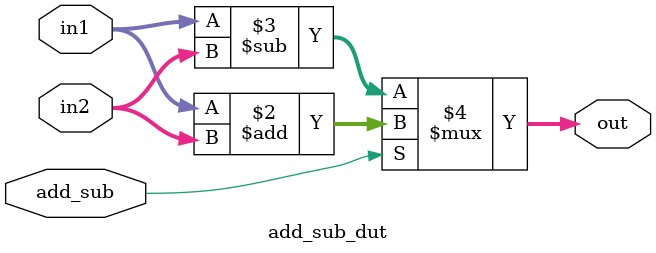
<source format=sv>

module add_sub_dut(in1,in2,add_sub,out);
	input [7:0] in1,in2;
	input add_sub;
	output [8:0] out;

  
    assign out=(add_sub==1)?(in1+in2):(in1-in2);
  
	/*	
	always@(*)
	begin 
		if(add_sub==1)
			begin
				out=in1+in2;
			end
		else 
			begin
				out=in1-in2;
			end

	end
	*/
endmodule

</source>
